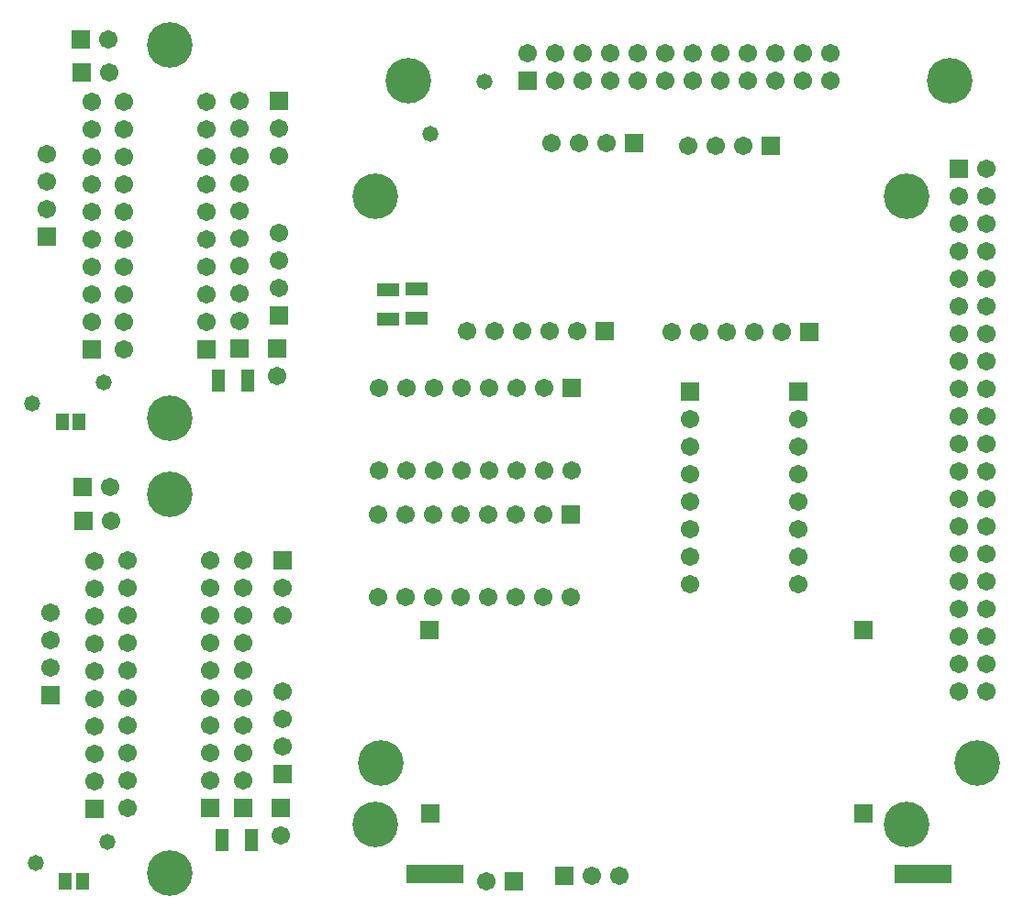
<source format=gts>
G04 Layer_Color=8388736*
%FSLAX24Y24*%
%MOIN*%
G70*
G01*
G75*
%ADD30R,0.0474X0.0592*%
%ADD31R,0.0513X0.0789*%
%ADD32R,0.0789X0.0513*%
%ADD33C,0.0671*%
%ADD34R,0.0671X0.0671*%
%ADD35R,0.0671X0.0671*%
%ADD36C,0.0671*%
%ADD37R,0.0671X0.0671*%
%ADD38C,0.1655*%
%ADD39R,0.0671X0.0671*%
%ADD40R,0.2088X0.0671*%
%ADD41C,0.0580*%
D30*
X-9415Y17790D02*
D03*
X-8785D02*
D03*
X-9295Y1100D02*
D03*
X-8665D02*
D03*
D31*
X-3731Y19290D02*
D03*
X-2668D02*
D03*
X-3611Y2600D02*
D03*
X-2549D02*
D03*
D32*
X2420Y21539D02*
D03*
Y22601D02*
D03*
X3480Y21569D02*
D03*
Y22631D02*
D03*
D33*
X-9960Y27530D02*
D03*
Y26530D02*
D03*
Y25530D02*
D03*
X-7710Y30480D02*
D03*
X-7731Y31690D02*
D03*
X-1590Y19450D02*
D03*
X-7160Y21430D02*
D03*
X-2950Y22440D02*
D03*
Y29440D02*
D03*
Y28440D02*
D03*
Y27440D02*
D03*
Y26440D02*
D03*
Y25440D02*
D03*
Y24440D02*
D03*
Y23440D02*
D03*
Y21440D02*
D03*
X-8340Y22420D02*
D03*
Y29420D02*
D03*
Y28420D02*
D03*
Y27420D02*
D03*
Y26420D02*
D03*
Y25420D02*
D03*
Y24420D02*
D03*
Y23420D02*
D03*
Y21420D02*
D03*
X-1530Y28440D02*
D03*
Y27440D02*
D03*
Y24670D02*
D03*
Y23670D02*
D03*
Y22670D02*
D03*
X8500Y30200D02*
D03*
X9500D02*
D03*
X10500D02*
D03*
X11500D02*
D03*
X12500D02*
D03*
X13500D02*
D03*
X14500D02*
D03*
X15500D02*
D03*
X16500D02*
D03*
X17500D02*
D03*
X18500D02*
D03*
X7500Y31200D02*
D03*
X8500D02*
D03*
X9500D02*
D03*
X10500D02*
D03*
X11500D02*
D03*
X12500D02*
D03*
X13500D02*
D03*
X14500D02*
D03*
X15500D02*
D03*
X16500D02*
D03*
X17500D02*
D03*
X18500D02*
D03*
X24160Y27000D02*
D03*
X23160Y26000D02*
D03*
X24160D02*
D03*
X23160Y25000D02*
D03*
X24160D02*
D03*
X23160Y24000D02*
D03*
X24160D02*
D03*
X23160Y23000D02*
D03*
X24160D02*
D03*
X23160Y22000D02*
D03*
X24160D02*
D03*
X23160Y21000D02*
D03*
X24160D02*
D03*
X23160Y20000D02*
D03*
X24160D02*
D03*
X23160Y19000D02*
D03*
X24160D02*
D03*
X23160Y18000D02*
D03*
X24160D02*
D03*
X23160Y17000D02*
D03*
X24160D02*
D03*
X23160Y16000D02*
D03*
X24160D02*
D03*
X23160Y15000D02*
D03*
X24160D02*
D03*
X23160Y14000D02*
D03*
X24160D02*
D03*
X23160Y13000D02*
D03*
X24160D02*
D03*
X23160Y12000D02*
D03*
X24160D02*
D03*
X23160Y11000D02*
D03*
X24160D02*
D03*
X23160Y10000D02*
D03*
X24160D02*
D03*
X23160Y9000D02*
D03*
X24160D02*
D03*
X23160Y8000D02*
D03*
X24160D02*
D03*
X5310Y21100D02*
D03*
X6310D02*
D03*
X7310D02*
D03*
X8310D02*
D03*
X9310D02*
D03*
X13386Y11898D02*
D03*
Y12898D02*
D03*
Y13898D02*
D03*
Y14898D02*
D03*
Y15898D02*
D03*
Y16898D02*
D03*
Y17898D02*
D03*
X-8220Y5730D02*
D03*
Y12730D02*
D03*
Y11730D02*
D03*
Y10730D02*
D03*
Y9730D02*
D03*
Y8730D02*
D03*
Y7730D02*
D03*
Y6730D02*
D03*
Y4730D02*
D03*
X-7040Y4740D02*
D03*
X-1410Y7980D02*
D03*
Y6980D02*
D03*
Y5980D02*
D03*
X6000Y1100D02*
D03*
X9840Y1300D02*
D03*
X10840D02*
D03*
X10370Y27910D02*
D03*
X9370D02*
D03*
X8370D02*
D03*
X15350Y27810D02*
D03*
X14350D02*
D03*
X13350D02*
D03*
X-7640Y14200D02*
D03*
X-7661Y15410D02*
D03*
X-2830Y5750D02*
D03*
Y12750D02*
D03*
Y11750D02*
D03*
Y10750D02*
D03*
Y9750D02*
D03*
Y8750D02*
D03*
Y7750D02*
D03*
Y6750D02*
D03*
Y4750D02*
D03*
X-1470Y2760D02*
D03*
X-1410Y11750D02*
D03*
Y10750D02*
D03*
X-9840Y10840D02*
D03*
Y9840D02*
D03*
Y8840D02*
D03*
X12750Y21060D02*
D03*
X13750D02*
D03*
X14750D02*
D03*
X15750D02*
D03*
X16750D02*
D03*
X17323Y11898D02*
D03*
Y12898D02*
D03*
Y13898D02*
D03*
Y14898D02*
D03*
Y15898D02*
D03*
Y16898D02*
D03*
Y17898D02*
D03*
D34*
X-9960Y24530D02*
D03*
X-1590Y20450D02*
D03*
X-2950Y20440D02*
D03*
X-8340Y20420D02*
D03*
X-1530Y29440D02*
D03*
Y21670D02*
D03*
X23160Y27000D02*
D03*
X3955Y3543D02*
D03*
X13386Y18898D02*
D03*
X-8220Y3730D02*
D03*
X-1410Y4980D02*
D03*
X3937Y10236D02*
D03*
X-2830Y3750D02*
D03*
X-1470Y3760D02*
D03*
X-1410Y12750D02*
D03*
X-9840Y7840D02*
D03*
X17323Y18898D02*
D03*
D35*
X-8710Y30480D02*
D03*
X-8731Y31690D02*
D03*
X7500Y30200D02*
D03*
X10310Y21100D02*
D03*
X7000Y1100D02*
D03*
X8840Y1300D02*
D03*
X11370Y27910D02*
D03*
X16350Y27810D02*
D03*
X19685Y3543D02*
D03*
X-8640Y14200D02*
D03*
X-8661Y15410D02*
D03*
X17750Y21060D02*
D03*
X19685Y10236D02*
D03*
D36*
X-7160Y29430D02*
D03*
Y28430D02*
D03*
Y27430D02*
D03*
Y26430D02*
D03*
Y25430D02*
D03*
Y24430D02*
D03*
Y23430D02*
D03*
Y22430D02*
D03*
Y20430D02*
D03*
X-4160Y29430D02*
D03*
Y28430D02*
D03*
Y27430D02*
D03*
Y26430D02*
D03*
Y25430D02*
D03*
Y24430D02*
D03*
Y23430D02*
D03*
Y22430D02*
D03*
Y21430D02*
D03*
X2110Y16020D02*
D03*
X3110D02*
D03*
X4110D02*
D03*
X5110D02*
D03*
X6110D02*
D03*
X7110D02*
D03*
X8110D02*
D03*
X9110D02*
D03*
X2110Y19020D02*
D03*
X3110D02*
D03*
X4110D02*
D03*
X5110D02*
D03*
X6110D02*
D03*
X7110D02*
D03*
X8110D02*
D03*
X-7040Y12740D02*
D03*
Y11740D02*
D03*
Y10740D02*
D03*
Y9740D02*
D03*
Y8740D02*
D03*
Y7740D02*
D03*
Y6740D02*
D03*
Y5740D02*
D03*
Y3740D02*
D03*
X-4040Y12740D02*
D03*
Y11740D02*
D03*
Y10740D02*
D03*
Y9740D02*
D03*
Y8740D02*
D03*
Y7740D02*
D03*
Y6740D02*
D03*
Y5740D02*
D03*
Y4740D02*
D03*
X2060Y11420D02*
D03*
X3060D02*
D03*
X4060D02*
D03*
X5060D02*
D03*
X6060D02*
D03*
X7060D02*
D03*
X8060D02*
D03*
X9060D02*
D03*
X2060Y14420D02*
D03*
X3060D02*
D03*
X4060D02*
D03*
X5060D02*
D03*
X6060D02*
D03*
X7060D02*
D03*
X8060D02*
D03*
D37*
X-4160Y20430D02*
D03*
X-4040Y3740D02*
D03*
D38*
X-5512Y31496D02*
D03*
Y17913D02*
D03*
X21260Y25984D02*
D03*
Y3150D02*
D03*
X1969D02*
D03*
Y25984D02*
D03*
X-5512Y1378D02*
D03*
Y15157D02*
D03*
X22843Y30191D02*
D03*
X2173Y5387D02*
D03*
X3157Y30191D02*
D03*
X23827Y5387D02*
D03*
D39*
X9110Y19020D02*
D03*
X9060Y14420D02*
D03*
D40*
X21858Y1372D02*
D03*
X4142D02*
D03*
D41*
X-10490Y18460D02*
D03*
X-7890Y19210D02*
D03*
X5950Y30150D02*
D03*
X3980Y28260D02*
D03*
X-7770Y2520D02*
D03*
X-10370Y1770D02*
D03*
M02*

</source>
